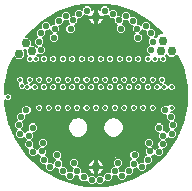
<source format=gbl>
G75*
%MOIN*%
%OFA0B0*%
%FSLAX25Y25*%
%IPPOS*%
%LPD*%
%AMOC8*
5,1,8,0,0,1.08239X$1,22.5*
%
%ADD10C,0.02953*%
%ADD11C,0.02100*%
%ADD12C,0.01387*%
%ADD13C,0.00500*%
D10*
X0054596Y0034911D03*
X0033258Y0073494D03*
X0031171Y0076250D03*
X0028967Y0072667D03*
X0054596Y0084911D03*
X0077037Y0077037D03*
X0076250Y0073494D03*
X0079793Y0073494D03*
D11*
X0072994Y0073880D03*
X0073629Y0076723D03*
X0072919Y0079559D03*
X0071213Y0081898D03*
X0068374Y0081043D03*
X0066955Y0083598D03*
X0064701Y0085416D03*
X0062181Y0083855D03*
X0063053Y0081076D03*
X0060148Y0085956D03*
X0057501Y0087129D03*
X0051692Y0087129D03*
X0049045Y0085956D03*
X0047012Y0083855D03*
X0046140Y0081076D03*
X0044492Y0085416D03*
X0042238Y0083598D03*
X0040819Y0081043D03*
X0040695Y0078132D03*
X0037980Y0081898D03*
X0036274Y0079559D03*
X0035564Y0076723D03*
X0036199Y0073880D03*
X0031415Y0053957D03*
X0029559Y0051711D03*
X0028904Y0048862D03*
X0029363Y0046004D03*
X0032280Y0045477D03*
X0032384Y0042555D03*
X0033568Y0039913D03*
X0036522Y0040159D03*
X0037006Y0043032D03*
X0037379Y0037364D03*
X0039205Y0035118D03*
X0041995Y0036121D03*
X0043546Y0033643D03*
X0045892Y0031946D03*
X0048327Y0033636D03*
X0050467Y0031644D03*
X0053172Y0030612D03*
X0056021Y0030612D03*
X0058726Y0031644D03*
X0060866Y0033636D03*
X0061882Y0036366D03*
X0063301Y0031946D03*
X0065647Y0033643D03*
X0067198Y0036121D03*
X0067473Y0039021D03*
X0069988Y0035118D03*
X0071814Y0037364D03*
X0072671Y0040159D03*
X0072187Y0043032D03*
X0075625Y0039913D03*
X0076809Y0042555D03*
X0076913Y0045477D03*
X0075701Y0048126D03*
X0079830Y0046004D03*
X0080289Y0048862D03*
X0079634Y0051711D03*
X0077778Y0053957D03*
X0068497Y0078132D03*
X0033492Y0048126D03*
X0041720Y0039021D03*
X0047311Y0036366D03*
D12*
X0048219Y0030344D03*
X0040817Y0032746D03*
X0034518Y0037077D03*
X0029793Y0042982D03*
X0035699Y0054793D03*
X0038848Y0054793D03*
X0041998Y0054793D03*
X0045148Y0054793D03*
X0048297Y0054793D03*
X0051447Y0054793D03*
X0054596Y0054793D03*
X0057746Y0054793D03*
X0059321Y0052431D03*
X0060896Y0054793D03*
X0064045Y0054793D03*
X0067195Y0054793D03*
X0070344Y0054793D03*
X0073494Y0054793D03*
X0079793Y0054793D03*
X0084124Y0055778D03*
X0079793Y0061683D03*
X0078652Y0063337D03*
X0077431Y0061683D03*
X0076644Y0064045D03*
X0075069Y0061683D03*
X0073494Y0064045D03*
X0071919Y0061683D03*
X0070344Y0064045D03*
X0068770Y0061683D03*
X0067195Y0064045D03*
X0065620Y0061683D03*
X0064045Y0064045D03*
X0062470Y0061683D03*
X0060896Y0064045D03*
X0059321Y0061683D03*
X0057746Y0064045D03*
X0056171Y0061683D03*
X0054596Y0064045D03*
X0053022Y0061683D03*
X0051447Y0064045D03*
X0049872Y0061683D03*
X0048297Y0064045D03*
X0046722Y0061683D03*
X0045148Y0064045D03*
X0043573Y0061683D03*
X0041998Y0064045D03*
X0040423Y0061683D03*
X0038848Y0064045D03*
X0037274Y0061683D03*
X0035699Y0064045D03*
X0034124Y0061683D03*
X0031762Y0061683D03*
X0029793Y0062077D03*
X0029400Y0064045D03*
X0032549Y0064045D03*
X0032549Y0070935D03*
X0034518Y0070935D03*
X0037274Y0070935D03*
X0040423Y0070935D03*
X0043573Y0070935D03*
X0046722Y0070935D03*
X0049872Y0070935D03*
X0053022Y0070935D03*
X0056171Y0070935D03*
X0059321Y0070935D03*
X0062470Y0070935D03*
X0065620Y0070935D03*
X0068770Y0070935D03*
X0071919Y0070935D03*
X0074281Y0070935D03*
X0077037Y0070935D03*
X0084124Y0062077D03*
X0075463Y0079990D03*
X0069557Y0084321D03*
X0062470Y0087470D03*
X0054557Y0088415D03*
X0046801Y0087392D03*
X0039636Y0084242D03*
X0033533Y0079518D03*
X0025300Y0058337D03*
X0025069Y0055384D03*
X0061053Y0030305D03*
X0068376Y0032746D03*
X0074360Y0037510D03*
X0079124Y0043415D03*
D13*
X0035679Y0036993D02*
X0033819Y0036993D01*
X0033271Y0037491D02*
X0035679Y0037491D01*
X0035679Y0037990D02*
X0032724Y0037990D01*
X0032863Y0038213D02*
X0034272Y0038213D01*
X0035168Y0039109D01*
X0035818Y0038459D01*
X0036069Y0038459D01*
X0035679Y0038069D01*
X0035679Y0036660D01*
X0036674Y0035664D01*
X0037505Y0035664D01*
X0037505Y0034414D01*
X0038501Y0033418D01*
X0039909Y0033418D01*
X0040905Y0034414D01*
X0040905Y0034806D01*
X0041291Y0034421D01*
X0041920Y0034421D01*
X0041846Y0034347D01*
X0041846Y0032939D01*
X0042842Y0031943D01*
X0044192Y0031943D01*
X0044192Y0031242D01*
X0045188Y0030246D01*
X0046596Y0030246D01*
X0047592Y0031242D01*
X0047592Y0031967D01*
X0047623Y0031936D01*
X0048767Y0031936D01*
X0048767Y0030940D01*
X0049763Y0029944D01*
X0051171Y0029944D01*
X0051472Y0030245D01*
X0051472Y0029908D01*
X0052468Y0028912D01*
X0053876Y0028912D01*
X0054596Y0029633D01*
X0055317Y0028912D01*
X0056725Y0028912D01*
X0057721Y0029908D01*
X0057721Y0030245D01*
X0058022Y0029944D01*
X0059430Y0029944D01*
X0060426Y0030940D01*
X0060426Y0031936D01*
X0061570Y0031936D01*
X0061601Y0031967D01*
X0061601Y0031242D01*
X0062597Y0030246D01*
X0064005Y0030246D01*
X0065001Y0031242D01*
X0065001Y0031943D01*
X0066351Y0031943D01*
X0067347Y0032939D01*
X0067347Y0034347D01*
X0067273Y0034421D01*
X0067902Y0034421D01*
X0068288Y0034806D01*
X0068288Y0034414D01*
X0069283Y0033418D01*
X0070692Y0033418D01*
X0071688Y0034414D01*
X0071688Y0035664D01*
X0072518Y0035664D01*
X0073514Y0036660D01*
X0073514Y0038069D01*
X0073124Y0038459D01*
X0073375Y0038459D01*
X0074025Y0039109D01*
X0074921Y0038213D01*
X0076330Y0038213D01*
X0077325Y0039209D01*
X0077325Y0040617D01*
X0077087Y0040855D01*
X0077513Y0040855D01*
X0078508Y0041851D01*
X0078508Y0043260D01*
X0077804Y0043964D01*
X0078613Y0044773D01*
X0078613Y0044817D01*
X0079126Y0044304D01*
X0080534Y0044304D01*
X0081530Y0045299D01*
X0081530Y0046708D01*
X0081034Y0047203D01*
X0081989Y0048158D01*
X0081989Y0049566D01*
X0080993Y0050562D01*
X0080889Y0050562D01*
X0081334Y0051007D01*
X0081334Y0052415D01*
X0080338Y0053411D01*
X0079478Y0053411D01*
X0079478Y0053450D01*
X0080350Y0053450D01*
X0081137Y0054237D01*
X0081137Y0055350D01*
X0080350Y0056137D01*
X0079237Y0056137D01*
X0078619Y0055519D01*
X0078482Y0055657D01*
X0077073Y0055657D01*
X0076078Y0054661D01*
X0076078Y0053252D01*
X0077073Y0052257D01*
X0077934Y0052257D01*
X0077934Y0051007D01*
X0078929Y0050011D01*
X0079034Y0050011D01*
X0078589Y0049566D01*
X0078589Y0048158D01*
X0079085Y0047662D01*
X0078130Y0046708D01*
X0078130Y0046664D01*
X0077617Y0047177D01*
X0077156Y0047177D01*
X0077401Y0047422D01*
X0077401Y0048830D01*
X0076405Y0049826D01*
X0074997Y0049826D01*
X0074001Y0048830D01*
X0074001Y0047422D01*
X0074997Y0046426D01*
X0075458Y0046426D01*
X0075213Y0046181D01*
X0075213Y0044773D01*
X0075917Y0044068D01*
X0075109Y0043260D01*
X0075109Y0041851D01*
X0075347Y0041613D01*
X0074921Y0041613D01*
X0074271Y0040963D01*
X0073397Y0041838D01*
X0073887Y0042328D01*
X0073887Y0043736D01*
X0072891Y0044732D01*
X0071482Y0044732D01*
X0070487Y0043736D01*
X0070487Y0042328D01*
X0071461Y0041353D01*
X0070971Y0040863D01*
X0070971Y0039455D01*
X0071362Y0039064D01*
X0071110Y0039064D01*
X0070114Y0038069D01*
X0070114Y0036818D01*
X0069283Y0036818D01*
X0068898Y0036433D01*
X0068898Y0036825D01*
X0068290Y0037433D01*
X0069173Y0038317D01*
X0069173Y0039725D01*
X0068177Y0040721D01*
X0066769Y0040721D01*
X0065773Y0039725D01*
X0065773Y0038317D01*
X0066382Y0037709D01*
X0065498Y0036825D01*
X0065498Y0035416D01*
X0065571Y0035343D01*
X0064943Y0035343D01*
X0063947Y0034347D01*
X0063947Y0033646D01*
X0062597Y0033646D01*
X0062566Y0033615D01*
X0062566Y0034340D01*
X0062240Y0034666D01*
X0062587Y0034666D01*
X0063582Y0035662D01*
X0063582Y0037071D01*
X0062587Y0038066D01*
X0061178Y0038066D01*
X0060182Y0037071D01*
X0060182Y0035662D01*
X0060508Y0035336D01*
X0060162Y0035336D01*
X0059166Y0034340D01*
X0059166Y0033344D01*
X0058022Y0033344D01*
X0057026Y0032349D01*
X0057026Y0032011D01*
X0056725Y0032312D01*
X0055446Y0032312D01*
X0055888Y0032495D01*
X0056334Y0032794D01*
X0056714Y0033173D01*
X0057013Y0033620D01*
X0057218Y0034116D01*
X0057323Y0034643D01*
X0057323Y0034669D01*
X0054839Y0034669D01*
X0054839Y0035154D01*
X0054354Y0035154D01*
X0054354Y0037638D01*
X0054328Y0037638D01*
X0053801Y0037533D01*
X0053305Y0037327D01*
X0052858Y0037029D01*
X0052479Y0036649D01*
X0052180Y0036203D01*
X0051975Y0035707D01*
X0051870Y0035180D01*
X0051870Y0035154D01*
X0054354Y0035154D01*
X0054354Y0034669D01*
X0051870Y0034669D01*
X0051870Y0034643D01*
X0051975Y0034116D01*
X0052180Y0033620D01*
X0052479Y0033173D01*
X0052858Y0032794D01*
X0053305Y0032495D01*
X0053747Y0032312D01*
X0052468Y0032312D01*
X0052167Y0032011D01*
X0052167Y0032349D01*
X0051171Y0033344D01*
X0050027Y0033344D01*
X0050027Y0034340D01*
X0049031Y0035336D01*
X0048684Y0035336D01*
X0049010Y0035662D01*
X0049010Y0037071D01*
X0048015Y0038066D01*
X0046606Y0038066D01*
X0045611Y0037071D01*
X0045611Y0035662D01*
X0046606Y0034666D01*
X0046953Y0034666D01*
X0046627Y0034340D01*
X0046627Y0033615D01*
X0046596Y0033646D01*
X0045246Y0033646D01*
X0045246Y0034347D01*
X0044250Y0035343D01*
X0043621Y0035343D01*
X0043695Y0035416D01*
X0043695Y0036825D01*
X0042811Y0037709D01*
X0043420Y0038317D01*
X0043420Y0039725D01*
X0042424Y0040721D01*
X0041015Y0040721D01*
X0040020Y0039725D01*
X0040020Y0038317D01*
X0040903Y0037433D01*
X0040295Y0036825D01*
X0040295Y0036433D01*
X0039909Y0036818D01*
X0039079Y0036818D01*
X0039079Y0038069D01*
X0038083Y0039064D01*
X0037831Y0039064D01*
X0038222Y0039455D01*
X0038222Y0040863D01*
X0037732Y0041353D01*
X0038706Y0042328D01*
X0038706Y0043736D01*
X0037710Y0044732D01*
X0036302Y0044732D01*
X0035306Y0043736D01*
X0035306Y0042328D01*
X0035796Y0041838D01*
X0034921Y0040963D01*
X0034272Y0041613D01*
X0033846Y0041613D01*
X0034084Y0041851D01*
X0034084Y0043260D01*
X0033276Y0044068D01*
X0033980Y0044773D01*
X0033980Y0046181D01*
X0033735Y0046426D01*
X0034196Y0046426D01*
X0035192Y0047422D01*
X0035192Y0048830D01*
X0034196Y0049826D01*
X0032788Y0049826D01*
X0031792Y0048830D01*
X0031792Y0047422D01*
X0032037Y0047177D01*
X0031576Y0047177D01*
X0031063Y0046664D01*
X0031063Y0046708D01*
X0030108Y0047662D01*
X0030604Y0048158D01*
X0030604Y0049566D01*
X0030159Y0050011D01*
X0030263Y0050011D01*
X0031259Y0051007D01*
X0031259Y0052257D01*
X0032120Y0052257D01*
X0033115Y0053252D01*
X0033115Y0054661D01*
X0032120Y0055657D01*
X0030711Y0055657D01*
X0029715Y0054661D01*
X0029715Y0053411D01*
X0028855Y0053411D01*
X0027859Y0052415D01*
X0027859Y0051007D01*
X0028304Y0050562D01*
X0028200Y0050562D01*
X0027204Y0049566D01*
X0027204Y0048158D01*
X0028159Y0047203D01*
X0027663Y0046708D01*
X0027663Y0045299D01*
X0028659Y0044304D01*
X0030067Y0044304D01*
X0030580Y0044817D01*
X0030580Y0044773D01*
X0031389Y0043964D01*
X0030684Y0043260D01*
X0030684Y0041851D01*
X0031680Y0040855D01*
X0032106Y0040855D01*
X0031868Y0040617D01*
X0031868Y0039209D01*
X0032863Y0038213D01*
X0032588Y0038488D02*
X0032177Y0038488D01*
X0031923Y0038720D02*
X0028239Y0043837D01*
X0025691Y0049605D01*
X0024389Y0055774D01*
X0024389Y0057347D01*
X0024743Y0056993D01*
X0025857Y0056993D01*
X0026644Y0057780D01*
X0026644Y0058893D01*
X0025857Y0059680D01*
X0024743Y0059680D01*
X0024389Y0059326D01*
X0024389Y0062080D01*
X0025691Y0068250D01*
X0027127Y0071500D01*
X0028086Y0070541D01*
X0029847Y0070541D01*
X0031093Y0071787D01*
X0031093Y0073548D01*
X0030517Y0074124D01*
X0031131Y0074124D01*
X0031131Y0072613D01*
X0031729Y0072015D01*
X0031206Y0071492D01*
X0031206Y0070378D01*
X0031993Y0069591D01*
X0033106Y0069591D01*
X0033533Y0070019D01*
X0033961Y0069591D01*
X0035074Y0069591D01*
X0035861Y0070378D01*
X0035861Y0071492D01*
X0035074Y0072279D01*
X0035050Y0072279D01*
X0035223Y0072452D01*
X0035494Y0072180D01*
X0036618Y0072180D01*
X0035930Y0071492D01*
X0035930Y0070378D01*
X0036717Y0069591D01*
X0037830Y0069591D01*
X0038617Y0070378D01*
X0038617Y0071492D01*
X0037830Y0072279D01*
X0037002Y0072279D01*
X0037899Y0073176D01*
X0037899Y0074584D01*
X0036903Y0075580D01*
X0036825Y0075580D01*
X0037264Y0076019D01*
X0037264Y0077428D01*
X0036833Y0077859D01*
X0036978Y0077859D01*
X0037974Y0078855D01*
X0037974Y0080198D01*
X0038685Y0080198D01*
X0039119Y0080632D01*
X0039119Y0080339D01*
X0039808Y0079649D01*
X0038995Y0078836D01*
X0038995Y0077428D01*
X0039991Y0076432D01*
X0041400Y0076432D01*
X0042395Y0077428D01*
X0042395Y0078836D01*
X0041706Y0079526D01*
X0042519Y0080339D01*
X0042519Y0081747D01*
X0042367Y0081898D01*
X0042942Y0081898D01*
X0043938Y0082894D01*
X0043938Y0083716D01*
X0045196Y0083716D01*
X0045312Y0083832D01*
X0045312Y0083151D01*
X0045688Y0082776D01*
X0045436Y0082776D01*
X0044440Y0081780D01*
X0044440Y0080371D01*
X0045436Y0079376D01*
X0046844Y0079376D01*
X0047840Y0080371D01*
X0047840Y0081780D01*
X0047464Y0082155D01*
X0047716Y0082155D01*
X0048712Y0083151D01*
X0048712Y0084256D01*
X0049749Y0084256D01*
X0050744Y0085252D01*
X0050744Y0085672D01*
X0050988Y0085429D01*
X0051920Y0085429D01*
X0051870Y0085180D01*
X0051870Y0085154D01*
X0054354Y0085154D01*
X0054354Y0087638D01*
X0054328Y0087638D01*
X0053801Y0087533D01*
X0053392Y0087363D01*
X0053392Y0087833D01*
X0052396Y0088828D01*
X0050988Y0088828D01*
X0049992Y0087833D01*
X0049992Y0087413D01*
X0049749Y0087656D01*
X0048340Y0087656D01*
X0047345Y0086661D01*
X0047345Y0085555D01*
X0046308Y0085555D01*
X0046192Y0085439D01*
X0046192Y0086120D01*
X0045196Y0087116D01*
X0043788Y0087116D01*
X0042792Y0086120D01*
X0042792Y0085298D01*
X0041534Y0085298D01*
X0040538Y0084303D01*
X0040538Y0082894D01*
X0040689Y0082743D01*
X0040115Y0082743D01*
X0039680Y0082309D01*
X0039680Y0082602D01*
X0038685Y0083598D01*
X0037276Y0083598D01*
X0036280Y0082602D01*
X0036280Y0081259D01*
X0035570Y0081259D01*
X0034574Y0080263D01*
X0034574Y0078855D01*
X0035005Y0078423D01*
X0034860Y0078423D01*
X0033864Y0077428D01*
X0033864Y0076019D01*
X0034860Y0075023D01*
X0034938Y0075023D01*
X0034837Y0074922D01*
X0034139Y0075620D01*
X0033298Y0075620D01*
X0033298Y0077131D01*
X0032052Y0078376D01*
X0031377Y0078376D01*
X0031923Y0079135D01*
X0036584Y0083381D01*
X0042022Y0086573D01*
X0048002Y0088574D01*
X0051082Y0089093D01*
X0058111Y0089093D01*
X0061191Y0088574D01*
X0067171Y0086573D01*
X0072608Y0083381D01*
X0076613Y0079733D01*
X0076242Y0079659D01*
X0075746Y0079453D01*
X0075299Y0079155D01*
X0074920Y0078775D01*
X0074621Y0078329D01*
X0074565Y0078192D01*
X0074333Y0078423D01*
X0074188Y0078423D01*
X0074619Y0078855D01*
X0074619Y0080263D01*
X0073623Y0081259D01*
X0072913Y0081259D01*
X0072913Y0082602D01*
X0071917Y0083598D01*
X0070508Y0083598D01*
X0069513Y0082602D01*
X0069513Y0082309D01*
X0069078Y0082743D01*
X0068503Y0082743D01*
X0068655Y0082894D01*
X0068655Y0084303D01*
X0067659Y0085298D01*
X0066401Y0085298D01*
X0066401Y0086120D01*
X0065405Y0087116D01*
X0063997Y0087116D01*
X0063001Y0086120D01*
X0063001Y0085439D01*
X0062885Y0085555D01*
X0061848Y0085555D01*
X0061848Y0086661D01*
X0060853Y0087656D01*
X0059444Y0087656D01*
X0059201Y0087413D01*
X0059201Y0087833D01*
X0058205Y0088828D01*
X0056797Y0088828D01*
X0055801Y0087833D01*
X0055801Y0087363D01*
X0055392Y0087533D01*
X0054865Y0087638D01*
X0054839Y0087638D01*
X0054839Y0085154D01*
X0054354Y0085154D01*
X0054354Y0084669D01*
X0051870Y0084669D01*
X0051870Y0084643D01*
X0051975Y0084116D01*
X0052180Y0083620D01*
X0052479Y0083173D01*
X0052858Y0082794D01*
X0053305Y0082495D01*
X0053801Y0082290D01*
X0054328Y0082185D01*
X0054354Y0082185D01*
X0054354Y0084669D01*
X0054839Y0084669D01*
X0054839Y0085154D01*
X0057323Y0085154D01*
X0057323Y0085180D01*
X0057273Y0085429D01*
X0058205Y0085429D01*
X0058448Y0085672D01*
X0058448Y0085252D01*
X0059444Y0084256D01*
X0060481Y0084256D01*
X0060481Y0083151D01*
X0061477Y0082155D01*
X0061729Y0082155D01*
X0061353Y0081780D01*
X0061353Y0080371D01*
X0062349Y0079376D01*
X0063757Y0079376D01*
X0064753Y0080371D01*
X0064753Y0081780D01*
X0063757Y0082776D01*
X0063505Y0082776D01*
X0063881Y0083151D01*
X0063881Y0083832D01*
X0063997Y0083716D01*
X0065255Y0083716D01*
X0065255Y0082894D01*
X0066251Y0081898D01*
X0066826Y0081898D01*
X0066674Y0081747D01*
X0066674Y0080339D01*
X0067487Y0079526D01*
X0066797Y0078836D01*
X0066797Y0077428D01*
X0067793Y0076432D01*
X0069202Y0076432D01*
X0070197Y0077428D01*
X0070197Y0078836D01*
X0069385Y0079649D01*
X0070074Y0080339D01*
X0070074Y0080632D01*
X0070508Y0080198D01*
X0071219Y0080198D01*
X0071219Y0078855D01*
X0072215Y0077859D01*
X0072360Y0077859D01*
X0071929Y0077428D01*
X0071929Y0076019D01*
X0072368Y0075580D01*
X0072290Y0075580D01*
X0071294Y0074584D01*
X0071294Y0073176D01*
X0072191Y0072279D01*
X0071363Y0072279D01*
X0070576Y0071492D01*
X0070576Y0070378D01*
X0071363Y0069591D01*
X0072476Y0069591D01*
X0073100Y0070216D01*
X0073725Y0069591D01*
X0074838Y0069591D01*
X0075625Y0070378D01*
X0075625Y0071368D01*
X0075694Y0071368D01*
X0075694Y0070378D01*
X0076481Y0069591D01*
X0077594Y0069591D01*
X0078381Y0070378D01*
X0078381Y0071492D01*
X0077818Y0072055D01*
X0078022Y0072259D01*
X0078913Y0071368D01*
X0080674Y0071368D01*
X0081680Y0072374D01*
X0083502Y0068250D01*
X0084804Y0062080D01*
X0084804Y0055774D01*
X0083502Y0049605D01*
X0080954Y0043837D01*
X0077270Y0038720D01*
X0072608Y0034473D01*
X0067171Y0031281D01*
X0061191Y0029280D01*
X0058111Y0028761D01*
X0051082Y0028761D01*
X0048002Y0029280D01*
X0042022Y0031281D01*
X0036584Y0034473D01*
X0031923Y0038720D01*
X0032090Y0038987D02*
X0031731Y0038987D01*
X0031868Y0039485D02*
X0031372Y0039485D01*
X0031013Y0039984D02*
X0031868Y0039984D01*
X0031868Y0040482D02*
X0030654Y0040482D01*
X0030295Y0040981D02*
X0031555Y0040981D01*
X0031056Y0041479D02*
X0029936Y0041479D01*
X0029577Y0041978D02*
X0030684Y0041978D01*
X0030684Y0042476D02*
X0029219Y0042476D01*
X0028860Y0042975D02*
X0030684Y0042975D01*
X0030898Y0043473D02*
X0028501Y0043473D01*
X0028179Y0043972D02*
X0031381Y0043972D01*
X0030882Y0044470D02*
X0030234Y0044470D01*
X0028492Y0044470D02*
X0027959Y0044470D01*
X0027993Y0044969D02*
X0027739Y0044969D01*
X0027663Y0045467D02*
X0027519Y0045467D01*
X0027663Y0045966D02*
X0027299Y0045966D01*
X0027078Y0046464D02*
X0027663Y0046464D01*
X0027918Y0046963D02*
X0026858Y0046963D01*
X0026638Y0047461D02*
X0027901Y0047461D01*
X0027402Y0047960D02*
X0026418Y0047960D01*
X0026197Y0048458D02*
X0027204Y0048458D01*
X0027204Y0048957D02*
X0025977Y0048957D01*
X0025757Y0049455D02*
X0027204Y0049455D01*
X0027592Y0049954D02*
X0025617Y0049954D01*
X0025512Y0050452D02*
X0028090Y0050452D01*
X0027915Y0050951D02*
X0025407Y0050951D01*
X0025302Y0051449D02*
X0027859Y0051449D01*
X0027859Y0051948D02*
X0025197Y0051948D01*
X0025091Y0052447D02*
X0027891Y0052447D01*
X0028389Y0052945D02*
X0024986Y0052945D01*
X0024881Y0053444D02*
X0029715Y0053444D01*
X0029715Y0053942D02*
X0024776Y0053942D01*
X0024670Y0054441D02*
X0029715Y0054441D01*
X0029994Y0054939D02*
X0024565Y0054939D01*
X0024460Y0055438D02*
X0030492Y0055438D01*
X0032339Y0055438D02*
X0034443Y0055438D01*
X0034355Y0055350D02*
X0034355Y0054237D01*
X0035142Y0053450D01*
X0036255Y0053450D01*
X0037043Y0054237D01*
X0037043Y0055350D01*
X0036255Y0056137D01*
X0035142Y0056137D01*
X0034355Y0055350D01*
X0034355Y0054939D02*
X0032837Y0054939D01*
X0033115Y0054441D02*
X0034355Y0054441D01*
X0034650Y0053942D02*
X0033115Y0053942D01*
X0033115Y0053444D02*
X0076078Y0053444D01*
X0076078Y0053942D02*
X0074543Y0053942D01*
X0074838Y0054237D02*
X0074051Y0053450D01*
X0072938Y0053450D01*
X0072150Y0054237D01*
X0072150Y0055350D01*
X0072938Y0056137D01*
X0074051Y0056137D01*
X0074838Y0055350D01*
X0074838Y0054237D01*
X0074838Y0054441D02*
X0076078Y0054441D01*
X0076356Y0054939D02*
X0074838Y0054939D01*
X0074750Y0055438D02*
X0076854Y0055438D01*
X0079036Y0055936D02*
X0074252Y0055936D01*
X0072737Y0055936D02*
X0071102Y0055936D01*
X0070901Y0056137D02*
X0071688Y0055350D01*
X0071688Y0054237D01*
X0070901Y0053450D01*
X0069788Y0053450D01*
X0069001Y0054237D01*
X0069001Y0055350D01*
X0069788Y0056137D01*
X0070901Y0056137D01*
X0071600Y0055438D02*
X0072238Y0055438D01*
X0072150Y0054939D02*
X0071688Y0054939D01*
X0071688Y0054441D02*
X0072150Y0054441D01*
X0072445Y0053942D02*
X0071394Y0053942D01*
X0069295Y0053942D02*
X0068244Y0053942D01*
X0068539Y0054237D02*
X0067751Y0053450D01*
X0066638Y0053450D01*
X0065851Y0054237D01*
X0065851Y0055350D01*
X0066638Y0056137D01*
X0067751Y0056137D01*
X0068539Y0055350D01*
X0068539Y0054237D01*
X0068539Y0054441D02*
X0069001Y0054441D01*
X0069001Y0054939D02*
X0068539Y0054939D01*
X0068451Y0055438D02*
X0069088Y0055438D01*
X0069587Y0055936D02*
X0067952Y0055936D01*
X0066437Y0055936D02*
X0064803Y0055936D01*
X0064602Y0056137D02*
X0063489Y0056137D01*
X0062702Y0055350D01*
X0062702Y0054237D01*
X0063489Y0053450D01*
X0064602Y0053450D01*
X0065389Y0054237D01*
X0065389Y0055350D01*
X0064602Y0056137D01*
X0065301Y0055438D02*
X0065939Y0055438D01*
X0065851Y0054939D02*
X0065389Y0054939D01*
X0065389Y0054441D02*
X0065851Y0054441D01*
X0066146Y0053942D02*
X0065094Y0053942D01*
X0063288Y0055936D02*
X0061653Y0055936D01*
X0061452Y0056137D02*
X0060339Y0056137D01*
X0059552Y0055350D01*
X0059552Y0054237D01*
X0060339Y0053450D01*
X0061452Y0053450D01*
X0062239Y0054237D01*
X0062239Y0055350D01*
X0061452Y0056137D01*
X0062152Y0055438D02*
X0062789Y0055438D01*
X0062702Y0054939D02*
X0062239Y0054939D01*
X0062239Y0054441D02*
X0062702Y0054441D01*
X0062996Y0053942D02*
X0061945Y0053942D01*
X0059847Y0053942D02*
X0058795Y0053942D01*
X0059090Y0054237D02*
X0058303Y0053450D01*
X0057189Y0053450D01*
X0056402Y0054237D01*
X0056402Y0055350D01*
X0057189Y0056137D01*
X0058303Y0056137D01*
X0059090Y0055350D01*
X0059090Y0054237D01*
X0059090Y0054441D02*
X0059552Y0054441D01*
X0059552Y0054939D02*
X0059090Y0054939D01*
X0059002Y0055438D02*
X0059640Y0055438D01*
X0060138Y0055936D02*
X0058504Y0055936D01*
X0056989Y0055936D02*
X0055354Y0055936D01*
X0055153Y0056137D02*
X0054040Y0056137D01*
X0053253Y0055350D01*
X0053253Y0054237D01*
X0054040Y0053450D01*
X0055153Y0053450D01*
X0055940Y0054237D01*
X0055940Y0055350D01*
X0055153Y0056137D01*
X0055852Y0055438D02*
X0056490Y0055438D01*
X0056402Y0054939D02*
X0055940Y0054939D01*
X0055940Y0054441D02*
X0056402Y0054441D01*
X0056697Y0053942D02*
X0055645Y0053942D01*
X0053547Y0053942D02*
X0052496Y0053942D01*
X0052791Y0054237D02*
X0052003Y0053450D01*
X0050890Y0053450D01*
X0050103Y0054237D01*
X0050103Y0055350D01*
X0050890Y0056137D01*
X0052003Y0056137D01*
X0052791Y0055350D01*
X0052791Y0054237D01*
X0052791Y0054441D02*
X0053253Y0054441D01*
X0053253Y0054939D02*
X0052791Y0054939D01*
X0052703Y0055438D02*
X0053340Y0055438D01*
X0053839Y0055936D02*
X0052204Y0055936D01*
X0050689Y0055936D02*
X0049055Y0055936D01*
X0048854Y0056137D02*
X0049641Y0055350D01*
X0049641Y0054237D01*
X0048854Y0053450D01*
X0047741Y0053450D01*
X0046954Y0054237D01*
X0046954Y0055350D01*
X0047741Y0056137D01*
X0048854Y0056137D01*
X0049553Y0055438D02*
X0050191Y0055438D01*
X0050103Y0054939D02*
X0049641Y0054939D01*
X0049641Y0054441D02*
X0050103Y0054441D01*
X0050398Y0053942D02*
X0049346Y0053942D01*
X0047248Y0053942D02*
X0046197Y0053942D01*
X0046491Y0054237D02*
X0045704Y0053450D01*
X0044591Y0053450D01*
X0043804Y0054237D01*
X0043804Y0055350D01*
X0044591Y0056137D01*
X0045704Y0056137D01*
X0046491Y0055350D01*
X0046491Y0054237D01*
X0046491Y0054441D02*
X0046954Y0054441D01*
X0046954Y0054939D02*
X0046491Y0054939D01*
X0046404Y0055438D02*
X0047041Y0055438D01*
X0047540Y0055936D02*
X0045905Y0055936D01*
X0044390Y0055936D02*
X0042755Y0055936D01*
X0042555Y0056137D02*
X0043342Y0055350D01*
X0043342Y0054237D01*
X0042555Y0053450D01*
X0041441Y0053450D01*
X0040654Y0054237D01*
X0040654Y0055350D01*
X0041441Y0056137D01*
X0042555Y0056137D01*
X0043254Y0055438D02*
X0043892Y0055438D01*
X0043804Y0054939D02*
X0043342Y0054939D01*
X0043342Y0054441D02*
X0043804Y0054441D01*
X0044099Y0053942D02*
X0043047Y0053942D01*
X0040949Y0053942D02*
X0039897Y0053942D01*
X0040192Y0054237D02*
X0039405Y0053450D01*
X0038292Y0053450D01*
X0037505Y0054237D01*
X0037505Y0055350D01*
X0038292Y0056137D01*
X0039405Y0056137D01*
X0040192Y0055350D01*
X0040192Y0054237D01*
X0040192Y0054441D02*
X0040654Y0054441D01*
X0040654Y0054939D02*
X0040192Y0054939D01*
X0040104Y0055438D02*
X0040742Y0055438D01*
X0041241Y0055936D02*
X0039606Y0055936D01*
X0038091Y0055936D02*
X0036456Y0055936D01*
X0036955Y0055438D02*
X0037592Y0055438D01*
X0037505Y0054939D02*
X0037043Y0054939D01*
X0037043Y0054441D02*
X0037505Y0054441D01*
X0037799Y0053942D02*
X0036748Y0053942D01*
X0034941Y0055936D02*
X0024389Y0055936D01*
X0024389Y0056435D02*
X0084804Y0056435D01*
X0084804Y0056933D02*
X0024389Y0056933D01*
X0026295Y0057432D02*
X0084804Y0057432D01*
X0084804Y0057930D02*
X0026644Y0057930D01*
X0026644Y0058429D02*
X0084804Y0058429D01*
X0084804Y0058927D02*
X0026610Y0058927D01*
X0026111Y0059426D02*
X0084804Y0059426D01*
X0084804Y0059924D02*
X0024389Y0059924D01*
X0024389Y0059426D02*
X0024489Y0059426D01*
X0024389Y0060423D02*
X0031122Y0060423D01*
X0031205Y0060339D02*
X0032318Y0060339D01*
X0032943Y0060964D01*
X0033567Y0060339D01*
X0034681Y0060339D01*
X0035468Y0061126D01*
X0035468Y0062240D01*
X0034681Y0063027D01*
X0033567Y0063027D01*
X0032943Y0062402D01*
X0032644Y0062702D01*
X0033106Y0062702D01*
X0033893Y0063489D01*
X0033893Y0064602D01*
X0033106Y0065389D01*
X0031993Y0065389D01*
X0031206Y0064602D01*
X0031206Y0063489D01*
X0031667Y0063027D01*
X0031205Y0063027D01*
X0030974Y0062796D01*
X0030512Y0063258D01*
X0030743Y0063489D01*
X0030743Y0064602D01*
X0029956Y0065389D01*
X0028843Y0065389D01*
X0028056Y0064602D01*
X0028056Y0063489D01*
X0028680Y0062864D01*
X0028450Y0062633D01*
X0028450Y0061520D01*
X0029237Y0060733D01*
X0030350Y0060733D01*
X0030581Y0060964D01*
X0031205Y0060339D01*
X0030623Y0060921D02*
X0030538Y0060921D01*
X0032402Y0060423D02*
X0033484Y0060423D01*
X0032986Y0060921D02*
X0032900Y0060921D01*
X0032928Y0062417D02*
X0032957Y0062417D01*
X0033319Y0062915D02*
X0033456Y0062915D01*
X0033818Y0063414D02*
X0034430Y0063414D01*
X0034355Y0063489D02*
X0035142Y0062702D01*
X0036255Y0062702D01*
X0037043Y0063489D01*
X0037043Y0064602D01*
X0036255Y0065389D01*
X0035142Y0065389D01*
X0034355Y0064602D01*
X0034355Y0063489D01*
X0034355Y0063912D02*
X0033893Y0063912D01*
X0033893Y0064411D02*
X0034355Y0064411D01*
X0034663Y0064909D02*
X0033585Y0064909D01*
X0031513Y0064909D02*
X0030436Y0064909D01*
X0030743Y0064411D02*
X0031206Y0064411D01*
X0031206Y0063912D02*
X0030743Y0063912D01*
X0030668Y0063414D02*
X0031280Y0063414D01*
X0031094Y0062915D02*
X0030855Y0062915D01*
X0028629Y0062915D02*
X0024565Y0062915D01*
X0024460Y0062417D02*
X0028450Y0062417D01*
X0028450Y0061918D02*
X0024389Y0061918D01*
X0024389Y0061420D02*
X0028550Y0061420D01*
X0029049Y0060921D02*
X0024389Y0060921D01*
X0024670Y0063414D02*
X0028131Y0063414D01*
X0028056Y0063912D02*
X0024776Y0063912D01*
X0024881Y0064411D02*
X0028056Y0064411D01*
X0028363Y0064909D02*
X0024986Y0064909D01*
X0025091Y0065408D02*
X0084102Y0065408D01*
X0083996Y0065906D02*
X0025197Y0065906D01*
X0025302Y0066405D02*
X0083891Y0066405D01*
X0083786Y0066903D02*
X0025407Y0066903D01*
X0025512Y0067402D02*
X0083681Y0067402D01*
X0083576Y0067900D02*
X0025617Y0067900D01*
X0025757Y0068399D02*
X0083436Y0068399D01*
X0083216Y0068897D02*
X0025977Y0068897D01*
X0026197Y0069396D02*
X0082995Y0069396D01*
X0082775Y0069894D02*
X0077897Y0069894D01*
X0078381Y0070393D02*
X0082555Y0070393D01*
X0082335Y0070891D02*
X0078381Y0070891D01*
X0078381Y0071390D02*
X0078890Y0071390D01*
X0078392Y0071888D02*
X0077984Y0071888D01*
X0075694Y0070891D02*
X0075625Y0070891D01*
X0075625Y0070393D02*
X0075694Y0070393D01*
X0076178Y0069894D02*
X0075141Y0069894D01*
X0073422Y0069894D02*
X0072779Y0069894D01*
X0071060Y0069894D02*
X0069629Y0069894D01*
X0069326Y0069591D02*
X0070113Y0070378D01*
X0070113Y0071492D01*
X0069326Y0072279D01*
X0068213Y0072279D01*
X0067426Y0071492D01*
X0067426Y0070378D01*
X0068213Y0069591D01*
X0069326Y0069591D01*
X0070113Y0070393D02*
X0070576Y0070393D01*
X0070576Y0070891D02*
X0070113Y0070891D01*
X0070113Y0071390D02*
X0070576Y0071390D01*
X0070972Y0071888D02*
X0069717Y0071888D01*
X0071585Y0072885D02*
X0037608Y0072885D01*
X0037899Y0073384D02*
X0071294Y0073384D01*
X0071294Y0073883D02*
X0037899Y0073883D01*
X0037899Y0074381D02*
X0071294Y0074381D01*
X0071590Y0074880D02*
X0037603Y0074880D01*
X0037105Y0075378D02*
X0072088Y0075378D01*
X0072071Y0075877D02*
X0037122Y0075877D01*
X0037264Y0076375D02*
X0071929Y0076375D01*
X0071929Y0076874D02*
X0069643Y0076874D01*
X0070142Y0077372D02*
X0071929Y0077372D01*
X0072204Y0077871D02*
X0070197Y0077871D01*
X0070197Y0078369D02*
X0071705Y0078369D01*
X0071219Y0078868D02*
X0070166Y0078868D01*
X0069668Y0079366D02*
X0071219Y0079366D01*
X0071219Y0079865D02*
X0069600Y0079865D01*
X0070074Y0080363D02*
X0070343Y0080363D01*
X0069513Y0082357D02*
X0069464Y0082357D01*
X0069766Y0082856D02*
X0068616Y0082856D01*
X0068655Y0083354D02*
X0070265Y0083354D01*
X0070956Y0084351D02*
X0068606Y0084351D01*
X0068655Y0083853D02*
X0071805Y0083853D01*
X0072160Y0083354D02*
X0072638Y0083354D01*
X0072659Y0082856D02*
X0073185Y0082856D01*
X0072913Y0082357D02*
X0073732Y0082357D01*
X0074280Y0081859D02*
X0072913Y0081859D01*
X0072913Y0081360D02*
X0074827Y0081360D01*
X0075374Y0080862D02*
X0074021Y0080862D01*
X0074519Y0080363D02*
X0075921Y0080363D01*
X0076469Y0079865D02*
X0074619Y0079865D01*
X0074619Y0079366D02*
X0075615Y0079366D01*
X0075012Y0078868D02*
X0074619Y0078868D01*
X0074648Y0078369D02*
X0074387Y0078369D01*
X0072083Y0072387D02*
X0037110Y0072387D01*
X0036327Y0071888D02*
X0035465Y0071888D01*
X0035287Y0072387D02*
X0035158Y0072387D01*
X0035861Y0071390D02*
X0035930Y0071390D01*
X0035930Y0070891D02*
X0035861Y0070891D01*
X0035861Y0070393D02*
X0035930Y0070393D01*
X0036414Y0069894D02*
X0035377Y0069894D01*
X0033658Y0069894D02*
X0033409Y0069894D01*
X0031690Y0069894D02*
X0026418Y0069894D01*
X0026638Y0070393D02*
X0031206Y0070393D01*
X0031206Y0070891D02*
X0030198Y0070891D01*
X0030696Y0071390D02*
X0031206Y0071390D01*
X0031093Y0071888D02*
X0031602Y0071888D01*
X0031358Y0072387D02*
X0031093Y0072387D01*
X0031093Y0072885D02*
X0031131Y0072885D01*
X0031131Y0073384D02*
X0031093Y0073384D01*
X0031131Y0073883D02*
X0030758Y0073883D01*
X0033298Y0075877D02*
X0034007Y0075877D01*
X0033864Y0076375D02*
X0033298Y0076375D01*
X0033298Y0076874D02*
X0033864Y0076874D01*
X0033864Y0077372D02*
X0033056Y0077372D01*
X0032558Y0077871D02*
X0034307Y0077871D01*
X0034806Y0078369D02*
X0032059Y0078369D01*
X0031731Y0078868D02*
X0034574Y0078868D01*
X0034574Y0079366D02*
X0032177Y0079366D01*
X0032724Y0079865D02*
X0034574Y0079865D01*
X0034673Y0080363D02*
X0033271Y0080363D01*
X0033819Y0080862D02*
X0035172Y0080862D01*
X0034366Y0081360D02*
X0036280Y0081360D01*
X0036280Y0081859D02*
X0034913Y0081859D01*
X0035460Y0082357D02*
X0036280Y0082357D01*
X0036534Y0082856D02*
X0036008Y0082856D01*
X0036555Y0083354D02*
X0037032Y0083354D01*
X0037388Y0083853D02*
X0040538Y0083853D01*
X0040538Y0083354D02*
X0038928Y0083354D01*
X0039427Y0082856D02*
X0040577Y0082856D01*
X0039729Y0082357D02*
X0039680Y0082357D01*
X0039119Y0080363D02*
X0038850Y0080363D01*
X0039593Y0079865D02*
X0037974Y0079865D01*
X0037974Y0079366D02*
X0039525Y0079366D01*
X0039027Y0078868D02*
X0037974Y0078868D01*
X0037488Y0078369D02*
X0038995Y0078369D01*
X0038995Y0077871D02*
X0036989Y0077871D01*
X0037264Y0077372D02*
X0039051Y0077372D01*
X0039550Y0076874D02*
X0037264Y0076874D01*
X0034505Y0075378D02*
X0034381Y0075378D01*
X0038220Y0071888D02*
X0039476Y0071888D01*
X0039867Y0072279D02*
X0039080Y0071492D01*
X0039080Y0070378D01*
X0039867Y0069591D01*
X0040980Y0069591D01*
X0041767Y0070378D01*
X0041767Y0071492D01*
X0040980Y0072279D01*
X0039867Y0072279D01*
X0039080Y0071390D02*
X0038617Y0071390D01*
X0038617Y0070891D02*
X0039080Y0070891D01*
X0039080Y0070393D02*
X0038617Y0070393D01*
X0038133Y0069894D02*
X0039564Y0069894D01*
X0041283Y0069894D02*
X0042713Y0069894D01*
X0043016Y0069591D02*
X0044129Y0069591D01*
X0044917Y0070378D01*
X0044917Y0071492D01*
X0044129Y0072279D01*
X0043016Y0072279D01*
X0042229Y0071492D01*
X0042229Y0070378D01*
X0043016Y0069591D01*
X0042229Y0070393D02*
X0041767Y0070393D01*
X0041767Y0070891D02*
X0042229Y0070891D01*
X0042229Y0071390D02*
X0041767Y0071390D01*
X0041370Y0071888D02*
X0042626Y0071888D01*
X0044520Y0071888D02*
X0045776Y0071888D01*
X0046166Y0072279D02*
X0045379Y0071492D01*
X0045379Y0070378D01*
X0046166Y0069591D01*
X0047279Y0069591D01*
X0048066Y0070378D01*
X0048066Y0071492D01*
X0047279Y0072279D01*
X0046166Y0072279D01*
X0045379Y0071390D02*
X0044917Y0071390D01*
X0044917Y0070891D02*
X0045379Y0070891D01*
X0045379Y0070393D02*
X0044917Y0070393D01*
X0044432Y0069894D02*
X0045863Y0069894D01*
X0047582Y0069894D02*
X0049012Y0069894D01*
X0049315Y0069591D02*
X0050429Y0069591D01*
X0051216Y0070378D01*
X0051216Y0071492D01*
X0050429Y0072279D01*
X0049315Y0072279D01*
X0048528Y0071492D01*
X0048528Y0070378D01*
X0049315Y0069591D01*
X0048528Y0070393D02*
X0048066Y0070393D01*
X0048066Y0070891D02*
X0048528Y0070891D01*
X0048528Y0071390D02*
X0048066Y0071390D01*
X0047669Y0071888D02*
X0048925Y0071888D01*
X0050819Y0071888D02*
X0052075Y0071888D01*
X0052465Y0072279D02*
X0051678Y0071492D01*
X0051678Y0070378D01*
X0052465Y0069591D01*
X0053578Y0069591D01*
X0054365Y0070378D01*
X0054365Y0071492D01*
X0053578Y0072279D01*
X0052465Y0072279D01*
X0051678Y0071390D02*
X0051216Y0071390D01*
X0051216Y0070891D02*
X0051678Y0070891D01*
X0051678Y0070393D02*
X0051216Y0070393D01*
X0050732Y0069894D02*
X0052162Y0069894D01*
X0053881Y0069894D02*
X0055312Y0069894D01*
X0055615Y0069591D02*
X0054828Y0070378D01*
X0054828Y0071492D01*
X0055615Y0072279D01*
X0056728Y0072279D01*
X0057515Y0071492D01*
X0057515Y0070378D01*
X0056728Y0069591D01*
X0055615Y0069591D01*
X0054828Y0070393D02*
X0054365Y0070393D01*
X0054365Y0070891D02*
X0054828Y0070891D01*
X0054828Y0071390D02*
X0054365Y0071390D01*
X0053968Y0071888D02*
X0055224Y0071888D01*
X0057118Y0071888D02*
X0058374Y0071888D01*
X0058764Y0072279D02*
X0057977Y0071492D01*
X0057977Y0070378D01*
X0058764Y0069591D01*
X0059877Y0069591D01*
X0060665Y0070378D01*
X0060665Y0071492D01*
X0059877Y0072279D01*
X0058764Y0072279D01*
X0057977Y0071390D02*
X0057515Y0071390D01*
X0057515Y0070891D02*
X0057977Y0070891D01*
X0057977Y0070393D02*
X0057515Y0070393D01*
X0057031Y0069894D02*
X0058461Y0069894D01*
X0060181Y0069894D02*
X0061611Y0069894D01*
X0061914Y0069591D02*
X0063027Y0069591D01*
X0063814Y0070378D01*
X0063814Y0071492D01*
X0063027Y0072279D01*
X0061914Y0072279D01*
X0061127Y0071492D01*
X0061127Y0070378D01*
X0061914Y0069591D01*
X0061127Y0070393D02*
X0060665Y0070393D01*
X0060665Y0070891D02*
X0061127Y0070891D01*
X0061127Y0071390D02*
X0060665Y0071390D01*
X0060268Y0071888D02*
X0061524Y0071888D01*
X0063417Y0071888D02*
X0064673Y0071888D01*
X0065063Y0072279D02*
X0064276Y0071492D01*
X0064276Y0070378D01*
X0065063Y0069591D01*
X0066177Y0069591D01*
X0066964Y0070378D01*
X0066964Y0071492D01*
X0066177Y0072279D01*
X0065063Y0072279D01*
X0064276Y0071390D02*
X0063814Y0071390D01*
X0063814Y0070891D02*
X0064276Y0070891D01*
X0064276Y0070393D02*
X0063814Y0070393D01*
X0063330Y0069894D02*
X0064760Y0069894D01*
X0066480Y0069894D02*
X0067910Y0069894D01*
X0067426Y0070393D02*
X0066964Y0070393D01*
X0066964Y0070891D02*
X0067426Y0070891D01*
X0067426Y0071390D02*
X0066964Y0071390D01*
X0066567Y0071888D02*
X0067823Y0071888D01*
X0067352Y0076874D02*
X0041841Y0076874D01*
X0042340Y0077372D02*
X0066853Y0077372D01*
X0066797Y0077871D02*
X0042395Y0077871D01*
X0042395Y0078369D02*
X0066797Y0078369D01*
X0066829Y0078868D02*
X0042364Y0078868D01*
X0041866Y0079366D02*
X0067327Y0079366D01*
X0067148Y0079865D02*
X0064246Y0079865D01*
X0064745Y0080363D02*
X0066674Y0080363D01*
X0066674Y0080862D02*
X0064753Y0080862D01*
X0064753Y0081360D02*
X0066674Y0081360D01*
X0066786Y0081859D02*
X0064674Y0081859D01*
X0064176Y0082357D02*
X0065792Y0082357D01*
X0065294Y0082856D02*
X0063585Y0082856D01*
X0063881Y0083354D02*
X0065255Y0083354D01*
X0066401Y0085348D02*
X0069258Y0085348D01*
X0070107Y0084850D02*
X0068108Y0084850D01*
X0068409Y0085847D02*
X0066401Y0085847D01*
X0066176Y0086345D02*
X0067559Y0086345D01*
X0066363Y0086844D02*
X0065677Y0086844D01*
X0064873Y0087342D02*
X0061167Y0087342D01*
X0061665Y0086844D02*
X0063725Y0086844D01*
X0063226Y0086345D02*
X0061848Y0086345D01*
X0061848Y0085847D02*
X0063001Y0085847D01*
X0063383Y0087841D02*
X0059193Y0087841D01*
X0058694Y0088339D02*
X0061893Y0088339D01*
X0059625Y0088838D02*
X0049568Y0088838D01*
X0050499Y0088339D02*
X0047300Y0088339D01*
X0048026Y0087342D02*
X0044320Y0087342D01*
X0043516Y0086844D02*
X0042830Y0086844D01*
X0043017Y0086345D02*
X0041634Y0086345D01*
X0040784Y0085847D02*
X0042792Y0085847D01*
X0042792Y0085348D02*
X0039935Y0085348D01*
X0039086Y0084850D02*
X0041085Y0084850D01*
X0040587Y0084351D02*
X0038237Y0084351D01*
X0042407Y0081859D02*
X0044519Y0081859D01*
X0044440Y0081360D02*
X0042519Y0081360D01*
X0042519Y0080862D02*
X0044440Y0080862D01*
X0044448Y0080363D02*
X0042519Y0080363D01*
X0042045Y0079865D02*
X0044947Y0079865D01*
X0047333Y0079865D02*
X0061860Y0079865D01*
X0061361Y0080363D02*
X0047832Y0080363D01*
X0047840Y0080862D02*
X0061353Y0080862D01*
X0061353Y0081360D02*
X0047840Y0081360D01*
X0047761Y0081859D02*
X0061432Y0081859D01*
X0061275Y0082357D02*
X0055554Y0082357D01*
X0055392Y0082290D02*
X0055888Y0082495D01*
X0056334Y0082794D01*
X0056714Y0083173D01*
X0057013Y0083620D01*
X0057218Y0084116D01*
X0057323Y0084643D01*
X0057323Y0084669D01*
X0054839Y0084669D01*
X0054839Y0082185D01*
X0054865Y0082185D01*
X0055392Y0082290D01*
X0054839Y0082357D02*
X0054354Y0082357D01*
X0054354Y0082856D02*
X0054839Y0082856D01*
X0054839Y0083354D02*
X0054354Y0083354D01*
X0054354Y0083853D02*
X0054839Y0083853D01*
X0054839Y0084351D02*
X0054354Y0084351D01*
X0054354Y0084850D02*
X0050342Y0084850D01*
X0050744Y0085348D02*
X0051904Y0085348D01*
X0051928Y0084351D02*
X0049843Y0084351D01*
X0048712Y0083853D02*
X0052084Y0083853D01*
X0052358Y0083354D02*
X0048712Y0083354D01*
X0048417Y0082856D02*
X0052796Y0082856D01*
X0053639Y0082357D02*
X0047918Y0082357D01*
X0045608Y0082856D02*
X0043899Y0082856D01*
X0043938Y0083354D02*
X0045312Y0083354D01*
X0045017Y0082357D02*
X0043401Y0082357D01*
X0046192Y0085847D02*
X0047345Y0085847D01*
X0047345Y0086345D02*
X0045966Y0086345D01*
X0045468Y0086844D02*
X0047528Y0086844D01*
X0045810Y0087841D02*
X0050000Y0087841D01*
X0052885Y0088339D02*
X0056308Y0088339D01*
X0055809Y0087841D02*
X0053384Y0087841D01*
X0054354Y0087342D02*
X0054839Y0087342D01*
X0054839Y0086844D02*
X0054354Y0086844D01*
X0054354Y0086345D02*
X0054839Y0086345D01*
X0054839Y0085847D02*
X0054354Y0085847D01*
X0054354Y0085348D02*
X0054839Y0085348D01*
X0054839Y0084850D02*
X0058851Y0084850D01*
X0058448Y0085348D02*
X0057289Y0085348D01*
X0057265Y0084351D02*
X0059349Y0084351D01*
X0060481Y0083853D02*
X0057109Y0083853D01*
X0056835Y0083354D02*
X0060481Y0083354D01*
X0060776Y0082856D02*
X0056396Y0082856D01*
X0057189Y0065389D02*
X0056402Y0064602D01*
X0056402Y0063489D01*
X0057189Y0062702D01*
X0058303Y0062702D01*
X0059090Y0063489D01*
X0059090Y0064602D01*
X0058303Y0065389D01*
X0057189Y0065389D01*
X0056710Y0064909D02*
X0055633Y0064909D01*
X0055940Y0064602D02*
X0055153Y0065389D01*
X0054040Y0065389D01*
X0053253Y0064602D01*
X0053253Y0063489D01*
X0054040Y0062702D01*
X0055153Y0062702D01*
X0055940Y0063489D01*
X0055940Y0064602D01*
X0055940Y0064411D02*
X0056402Y0064411D01*
X0056402Y0063912D02*
X0055940Y0063912D01*
X0055865Y0063414D02*
X0056477Y0063414D01*
X0056728Y0063027D02*
X0055615Y0063027D01*
X0054828Y0062240D01*
X0054828Y0061126D01*
X0055615Y0060339D01*
X0056728Y0060339D01*
X0057515Y0061126D01*
X0057515Y0062240D01*
X0056728Y0063027D01*
X0056839Y0062915D02*
X0056976Y0062915D01*
X0057338Y0062417D02*
X0058154Y0062417D01*
X0057977Y0062240D02*
X0057977Y0061126D01*
X0058764Y0060339D01*
X0059877Y0060339D01*
X0060665Y0061126D01*
X0060665Y0062240D01*
X0059877Y0063027D01*
X0058764Y0063027D01*
X0057977Y0062240D01*
X0057977Y0061918D02*
X0057515Y0061918D01*
X0057515Y0061420D02*
X0057977Y0061420D01*
X0058182Y0060921D02*
X0057310Y0060921D01*
X0056811Y0060423D02*
X0058681Y0060423D01*
X0059961Y0060423D02*
X0061831Y0060423D01*
X0061914Y0060339D02*
X0063027Y0060339D01*
X0063814Y0061126D01*
X0063814Y0062240D01*
X0063027Y0063027D01*
X0061914Y0063027D01*
X0061127Y0062240D01*
X0061127Y0061126D01*
X0061914Y0060339D01*
X0061332Y0060921D02*
X0060459Y0060921D01*
X0060665Y0061420D02*
X0061127Y0061420D01*
X0061127Y0061918D02*
X0060665Y0061918D01*
X0060487Y0062417D02*
X0061304Y0062417D01*
X0061452Y0062702D02*
X0062239Y0063489D01*
X0062239Y0064602D01*
X0061452Y0065389D01*
X0060339Y0065389D01*
X0059552Y0064602D01*
X0059552Y0063489D01*
X0060339Y0062702D01*
X0061452Y0062702D01*
X0061666Y0062915D02*
X0061802Y0062915D01*
X0062164Y0063414D02*
X0062777Y0063414D01*
X0062702Y0063489D02*
X0063489Y0062702D01*
X0064602Y0062702D01*
X0065389Y0063489D01*
X0065389Y0064602D01*
X0064602Y0065389D01*
X0063489Y0065389D01*
X0062702Y0064602D01*
X0062702Y0063489D01*
X0062702Y0063912D02*
X0062239Y0063912D01*
X0062239Y0064411D02*
X0062702Y0064411D01*
X0063009Y0064909D02*
X0061932Y0064909D01*
X0059859Y0064909D02*
X0058782Y0064909D01*
X0059090Y0064411D02*
X0059552Y0064411D01*
X0059552Y0063912D02*
X0059090Y0063912D01*
X0059015Y0063414D02*
X0059627Y0063414D01*
X0059989Y0062915D02*
X0060125Y0062915D01*
X0058653Y0062915D02*
X0058516Y0062915D01*
X0055503Y0062915D02*
X0055367Y0062915D01*
X0055005Y0062417D02*
X0054188Y0062417D01*
X0054365Y0062240D02*
X0053578Y0063027D01*
X0052465Y0063027D01*
X0051678Y0062240D01*
X0051678Y0061126D01*
X0052465Y0060339D01*
X0053578Y0060339D01*
X0054365Y0061126D01*
X0054365Y0062240D01*
X0054365Y0061918D02*
X0054828Y0061918D01*
X0054828Y0061420D02*
X0054365Y0061420D01*
X0054160Y0060921D02*
X0055033Y0060921D01*
X0055531Y0060423D02*
X0053662Y0060423D01*
X0052382Y0060423D02*
X0050512Y0060423D01*
X0050429Y0060339D02*
X0051216Y0061126D01*
X0051216Y0062240D01*
X0050429Y0063027D01*
X0049315Y0063027D01*
X0048528Y0062240D01*
X0048528Y0061126D01*
X0049315Y0060339D01*
X0050429Y0060339D01*
X0051010Y0060921D02*
X0051883Y0060921D01*
X0051678Y0061420D02*
X0051216Y0061420D01*
X0051216Y0061918D02*
X0051678Y0061918D01*
X0051855Y0062417D02*
X0051039Y0062417D01*
X0050890Y0062702D02*
X0052003Y0062702D01*
X0052791Y0063489D01*
X0052791Y0064602D01*
X0052003Y0065389D01*
X0050890Y0065389D01*
X0050103Y0064602D01*
X0050103Y0063489D01*
X0050890Y0062702D01*
X0050677Y0062915D02*
X0050540Y0062915D01*
X0050178Y0063414D02*
X0049566Y0063414D01*
X0049641Y0063489D02*
X0048854Y0062702D01*
X0047741Y0062702D01*
X0046954Y0063489D01*
X0046954Y0064602D01*
X0047741Y0065389D01*
X0048854Y0065389D01*
X0049641Y0064602D01*
X0049641Y0063489D01*
X0049641Y0063912D02*
X0050103Y0063912D01*
X0050103Y0064411D02*
X0049641Y0064411D01*
X0049333Y0064909D02*
X0050411Y0064909D01*
X0052483Y0064909D02*
X0053560Y0064909D01*
X0053253Y0064411D02*
X0052791Y0064411D01*
X0052791Y0063912D02*
X0053253Y0063912D01*
X0053328Y0063414D02*
X0052716Y0063414D01*
X0052354Y0062915D02*
X0052217Y0062915D01*
X0053690Y0062915D02*
X0053826Y0062915D01*
X0049204Y0062915D02*
X0049067Y0062915D01*
X0048705Y0062417D02*
X0047889Y0062417D01*
X0048066Y0062240D02*
X0047279Y0063027D01*
X0046166Y0063027D01*
X0045379Y0062240D01*
X0045379Y0061126D01*
X0046166Y0060339D01*
X0047279Y0060339D01*
X0048066Y0061126D01*
X0048066Y0062240D01*
X0048066Y0061918D02*
X0048528Y0061918D01*
X0048528Y0061420D02*
X0048066Y0061420D01*
X0047861Y0060921D02*
X0048734Y0060921D01*
X0049232Y0060423D02*
X0047362Y0060423D01*
X0046083Y0060423D02*
X0044213Y0060423D01*
X0044129Y0060339D02*
X0044917Y0061126D01*
X0044917Y0062240D01*
X0044129Y0063027D01*
X0043016Y0063027D01*
X0042229Y0062240D01*
X0042229Y0061126D01*
X0043016Y0060339D01*
X0044129Y0060339D01*
X0044711Y0060921D02*
X0045584Y0060921D01*
X0045379Y0061420D02*
X0044917Y0061420D01*
X0044917Y0061918D02*
X0045379Y0061918D01*
X0045556Y0062417D02*
X0044739Y0062417D01*
X0044591Y0062702D02*
X0043804Y0063489D01*
X0043804Y0064602D01*
X0044591Y0065389D01*
X0045704Y0065389D01*
X0046491Y0064602D01*
X0046491Y0063489D01*
X0045704Y0062702D01*
X0044591Y0062702D01*
X0044377Y0062915D02*
X0044241Y0062915D01*
X0043879Y0063414D02*
X0043267Y0063414D01*
X0043342Y0063489D02*
X0042555Y0062702D01*
X0041441Y0062702D01*
X0040654Y0063489D01*
X0040654Y0064602D01*
X0041441Y0065389D01*
X0042555Y0065389D01*
X0043342Y0064602D01*
X0043342Y0063489D01*
X0043342Y0063912D02*
X0043804Y0063912D01*
X0043804Y0064411D02*
X0043342Y0064411D01*
X0043034Y0064909D02*
X0044111Y0064909D01*
X0046184Y0064909D02*
X0047261Y0064909D01*
X0046954Y0064411D02*
X0046491Y0064411D01*
X0046491Y0063912D02*
X0046954Y0063912D01*
X0047028Y0063414D02*
X0046416Y0063414D01*
X0046054Y0062915D02*
X0045918Y0062915D01*
X0047391Y0062915D02*
X0047527Y0062915D01*
X0042905Y0062915D02*
X0042768Y0062915D01*
X0042406Y0062417D02*
X0041590Y0062417D01*
X0041767Y0062240D02*
X0040980Y0063027D01*
X0039867Y0063027D01*
X0039080Y0062240D01*
X0039080Y0061126D01*
X0039867Y0060339D01*
X0040980Y0060339D01*
X0041767Y0061126D01*
X0041767Y0062240D01*
X0041767Y0061918D02*
X0042229Y0061918D01*
X0042229Y0061420D02*
X0041767Y0061420D01*
X0041562Y0060921D02*
X0042434Y0060921D01*
X0042933Y0060423D02*
X0041063Y0060423D01*
X0039783Y0060423D02*
X0037914Y0060423D01*
X0037830Y0060339D02*
X0038617Y0061126D01*
X0038617Y0062240D01*
X0037830Y0063027D01*
X0036717Y0063027D01*
X0035930Y0062240D01*
X0035930Y0061126D01*
X0036717Y0060339D01*
X0037830Y0060339D01*
X0038412Y0060921D02*
X0039285Y0060921D01*
X0039080Y0061420D02*
X0038617Y0061420D01*
X0038617Y0061918D02*
X0039080Y0061918D01*
X0039257Y0062417D02*
X0038440Y0062417D01*
X0038292Y0062702D02*
X0039405Y0062702D01*
X0040192Y0063489D01*
X0040192Y0064602D01*
X0039405Y0065389D01*
X0038292Y0065389D01*
X0037505Y0064602D01*
X0037505Y0063489D01*
X0038292Y0062702D01*
X0038078Y0062915D02*
X0037942Y0062915D01*
X0037580Y0063414D02*
X0036968Y0063414D01*
X0037043Y0063912D02*
X0037505Y0063912D01*
X0037505Y0064411D02*
X0037043Y0064411D01*
X0036735Y0064909D02*
X0037812Y0064909D01*
X0039885Y0064909D02*
X0040962Y0064909D01*
X0040654Y0064411D02*
X0040192Y0064411D01*
X0040192Y0063912D02*
X0040654Y0063912D01*
X0040729Y0063414D02*
X0040117Y0063414D01*
X0039755Y0062915D02*
X0039619Y0062915D01*
X0041091Y0062915D02*
X0041228Y0062915D01*
X0036606Y0062915D02*
X0036469Y0062915D01*
X0036107Y0062417D02*
X0035291Y0062417D01*
X0035468Y0061918D02*
X0035930Y0061918D01*
X0035930Y0061420D02*
X0035468Y0061420D01*
X0035262Y0060921D02*
X0036135Y0060921D01*
X0036634Y0060423D02*
X0034764Y0060423D01*
X0034792Y0062915D02*
X0034929Y0062915D01*
X0027735Y0070891D02*
X0026858Y0070891D01*
X0027078Y0071390D02*
X0027237Y0071390D01*
X0032808Y0052945D02*
X0076385Y0052945D01*
X0076883Y0052447D02*
X0032309Y0052447D01*
X0031259Y0051948D02*
X0077934Y0051948D01*
X0077934Y0051449D02*
X0061325Y0051449D01*
X0061180Y0051509D02*
X0059824Y0051509D01*
X0058571Y0050990D01*
X0057612Y0050031D01*
X0057093Y0048778D01*
X0057093Y0047422D01*
X0057612Y0046169D01*
X0058571Y0045210D01*
X0059824Y0044691D01*
X0061180Y0044691D01*
X0062433Y0045210D01*
X0063392Y0046169D01*
X0063911Y0047422D01*
X0063911Y0048778D01*
X0063392Y0050031D01*
X0062433Y0050990D01*
X0061180Y0051509D01*
X0062472Y0050951D02*
X0077990Y0050951D01*
X0078488Y0050452D02*
X0062971Y0050452D01*
X0063424Y0049954D02*
X0078977Y0049954D01*
X0078589Y0049455D02*
X0076776Y0049455D01*
X0077275Y0048957D02*
X0078589Y0048957D01*
X0078589Y0048458D02*
X0077401Y0048458D01*
X0077401Y0047960D02*
X0078787Y0047960D01*
X0078884Y0047461D02*
X0077401Y0047461D01*
X0077831Y0046963D02*
X0078385Y0046963D01*
X0078311Y0044470D02*
X0078959Y0044470D01*
X0078295Y0043473D02*
X0080692Y0043473D01*
X0081013Y0043972D02*
X0077812Y0043972D01*
X0078508Y0042975D02*
X0080333Y0042975D01*
X0079974Y0042476D02*
X0078508Y0042476D01*
X0078508Y0041978D02*
X0079615Y0041978D01*
X0079257Y0041479D02*
X0078136Y0041479D01*
X0077638Y0040981D02*
X0078898Y0040981D01*
X0078539Y0040482D02*
X0077325Y0040482D01*
X0077325Y0039984D02*
X0078180Y0039984D01*
X0077821Y0039485D02*
X0077325Y0039485D01*
X0077462Y0038987D02*
X0077103Y0038987D01*
X0077016Y0038488D02*
X0076605Y0038488D01*
X0076469Y0037990D02*
X0073514Y0037990D01*
X0073514Y0037491D02*
X0075921Y0037491D01*
X0075374Y0036993D02*
X0073514Y0036993D01*
X0073348Y0036494D02*
X0074827Y0036494D01*
X0074280Y0035996D02*
X0072850Y0035996D01*
X0073733Y0035497D02*
X0071688Y0035497D01*
X0071688Y0034999D02*
X0073185Y0034999D01*
X0072638Y0034500D02*
X0071688Y0034500D01*
X0071805Y0034002D02*
X0071275Y0034002D01*
X0070956Y0033503D02*
X0070777Y0033503D01*
X0070107Y0033005D02*
X0067347Y0033005D01*
X0067347Y0033503D02*
X0069199Y0033503D01*
X0068700Y0034002D02*
X0067347Y0034002D01*
X0067981Y0034500D02*
X0068288Y0034500D01*
X0068898Y0036494D02*
X0068959Y0036494D01*
X0068730Y0036993D02*
X0070114Y0036993D01*
X0070114Y0037491D02*
X0068348Y0037491D01*
X0068846Y0037990D02*
X0070114Y0037990D01*
X0070534Y0038488D02*
X0069173Y0038488D01*
X0069173Y0038987D02*
X0071032Y0038987D01*
X0070971Y0039485D02*
X0069173Y0039485D01*
X0068915Y0039984D02*
X0070971Y0039984D01*
X0070971Y0040482D02*
X0068416Y0040482D01*
X0066530Y0040482D02*
X0042663Y0040482D01*
X0043161Y0039984D02*
X0066032Y0039984D01*
X0065773Y0039485D02*
X0043420Y0039485D01*
X0043420Y0038987D02*
X0065773Y0038987D01*
X0065773Y0038488D02*
X0043420Y0038488D01*
X0043092Y0037990D02*
X0046530Y0037990D01*
X0046031Y0037491D02*
X0043029Y0037491D01*
X0043527Y0036993D02*
X0045611Y0036993D01*
X0045611Y0036494D02*
X0043695Y0036494D01*
X0043695Y0035996D02*
X0045611Y0035996D01*
X0045776Y0035497D02*
X0043695Y0035497D01*
X0044594Y0034999D02*
X0046274Y0034999D01*
X0046787Y0034500D02*
X0045093Y0034500D01*
X0045246Y0034002D02*
X0046627Y0034002D01*
X0047592Y0031509D02*
X0048767Y0031509D01*
X0048767Y0031011D02*
X0047361Y0031011D01*
X0046862Y0030512D02*
X0049195Y0030512D01*
X0049693Y0030014D02*
X0045810Y0030014D01*
X0044922Y0030512D02*
X0044320Y0030512D01*
X0044423Y0031011D02*
X0042830Y0031011D01*
X0042777Y0032008D02*
X0040784Y0032008D01*
X0039935Y0032506D02*
X0042279Y0032506D01*
X0041846Y0033005D02*
X0039086Y0033005D01*
X0038416Y0033503D02*
X0038237Y0033503D01*
X0037918Y0034002D02*
X0037388Y0034002D01*
X0037505Y0034500D02*
X0036555Y0034500D01*
X0036008Y0034999D02*
X0037505Y0034999D01*
X0037505Y0035497D02*
X0035460Y0035497D01*
X0034913Y0035996D02*
X0036343Y0035996D01*
X0035845Y0036494D02*
X0034366Y0036494D01*
X0034547Y0038488D02*
X0035789Y0038488D01*
X0035290Y0038987D02*
X0035045Y0038987D01*
X0034939Y0040981D02*
X0034904Y0040981D01*
X0034405Y0041479D02*
X0035438Y0041479D01*
X0035656Y0041978D02*
X0034084Y0041978D01*
X0034084Y0042476D02*
X0035306Y0042476D01*
X0035306Y0042975D02*
X0034084Y0042975D01*
X0033871Y0043473D02*
X0035306Y0043473D01*
X0035542Y0043972D02*
X0033372Y0043972D01*
X0033678Y0044470D02*
X0036040Y0044470D01*
X0037972Y0044470D02*
X0071221Y0044470D01*
X0070722Y0043972D02*
X0038471Y0043972D01*
X0038706Y0043473D02*
X0070487Y0043473D01*
X0070487Y0042975D02*
X0038706Y0042975D01*
X0038706Y0042476D02*
X0070487Y0042476D01*
X0070837Y0041978D02*
X0038356Y0041978D01*
X0037858Y0041479D02*
X0071335Y0041479D01*
X0071089Y0040981D02*
X0038104Y0040981D01*
X0038222Y0040482D02*
X0040777Y0040482D01*
X0040278Y0039984D02*
X0038222Y0039984D01*
X0038222Y0039485D02*
X0040020Y0039485D01*
X0040020Y0038987D02*
X0038160Y0038987D01*
X0038659Y0038488D02*
X0040020Y0038488D01*
X0040347Y0037990D02*
X0039079Y0037990D01*
X0039079Y0037491D02*
X0040845Y0037491D01*
X0040463Y0036993D02*
X0039079Y0036993D01*
X0040234Y0036494D02*
X0040295Y0036494D01*
X0040905Y0034500D02*
X0041211Y0034500D01*
X0041846Y0034002D02*
X0040493Y0034002D01*
X0039994Y0033503D02*
X0041846Y0033503D01*
X0041634Y0031509D02*
X0044192Y0031509D01*
X0047300Y0029515D02*
X0051865Y0029515D01*
X0051472Y0030014D02*
X0051240Y0030014D01*
X0052364Y0029016D02*
X0049568Y0029016D01*
X0052009Y0032506D02*
X0053289Y0032506D01*
X0053923Y0032266D02*
X0054596Y0031592D01*
X0055270Y0032266D01*
X0054865Y0032185D01*
X0054839Y0032185D01*
X0054839Y0034669D01*
X0054354Y0034669D01*
X0054354Y0032185D01*
X0054328Y0032185D01*
X0053923Y0032266D01*
X0054181Y0032008D02*
X0055012Y0032008D01*
X0054839Y0032506D02*
X0054354Y0032506D01*
X0054354Y0033005D02*
X0054839Y0033005D01*
X0054839Y0033503D02*
X0054354Y0033503D01*
X0054354Y0034002D02*
X0054839Y0034002D01*
X0054839Y0034500D02*
X0054354Y0034500D01*
X0054354Y0034999D02*
X0049369Y0034999D01*
X0049868Y0034500D02*
X0051898Y0034500D01*
X0052022Y0034002D02*
X0050027Y0034002D01*
X0050027Y0033503D02*
X0052258Y0033503D01*
X0052648Y0033005D02*
X0051511Y0033005D01*
X0051933Y0035497D02*
X0048845Y0035497D01*
X0049010Y0035996D02*
X0052095Y0035996D01*
X0052375Y0036494D02*
X0049010Y0036494D01*
X0049010Y0036993D02*
X0052822Y0036993D01*
X0053700Y0037491D02*
X0048590Y0037491D01*
X0048091Y0037990D02*
X0061101Y0037990D01*
X0060603Y0037491D02*
X0055493Y0037491D01*
X0055392Y0037533D02*
X0055888Y0037327D01*
X0056334Y0037029D01*
X0056714Y0036649D01*
X0057013Y0036203D01*
X0057218Y0035707D01*
X0057323Y0035180D01*
X0057323Y0035154D01*
X0054839Y0035154D01*
X0054839Y0037638D01*
X0054865Y0037638D01*
X0055392Y0037533D01*
X0054839Y0037491D02*
X0054354Y0037491D01*
X0054354Y0036993D02*
X0054839Y0036993D01*
X0054839Y0036494D02*
X0054354Y0036494D01*
X0054354Y0035996D02*
X0054839Y0035996D01*
X0054839Y0035497D02*
X0054354Y0035497D01*
X0054839Y0034999D02*
X0059824Y0034999D01*
X0059325Y0034500D02*
X0057294Y0034500D01*
X0057171Y0034002D02*
X0059166Y0034002D01*
X0059166Y0033503D02*
X0056934Y0033503D01*
X0056545Y0033005D02*
X0057682Y0033005D01*
X0057184Y0032506D02*
X0055904Y0032506D01*
X0057721Y0030014D02*
X0057953Y0030014D01*
X0057328Y0029515D02*
X0061893Y0029515D01*
X0062331Y0030512D02*
X0059998Y0030512D01*
X0060426Y0031011D02*
X0061832Y0031011D01*
X0061601Y0031509D02*
X0060426Y0031509D01*
X0059500Y0030014D02*
X0063383Y0030014D01*
X0064271Y0030512D02*
X0064873Y0030512D01*
X0064770Y0031011D02*
X0066363Y0031011D01*
X0066416Y0032008D02*
X0068409Y0032008D01*
X0069258Y0032506D02*
X0066914Y0032506D01*
X0067559Y0031509D02*
X0065001Y0031509D01*
X0063947Y0034002D02*
X0062566Y0034002D01*
X0062406Y0034500D02*
X0064100Y0034500D01*
X0064598Y0034999D02*
X0062919Y0034999D01*
X0063417Y0035497D02*
X0065498Y0035497D01*
X0065498Y0035996D02*
X0063582Y0035996D01*
X0063582Y0036494D02*
X0065498Y0036494D01*
X0065666Y0036993D02*
X0063582Y0036993D01*
X0063162Y0037491D02*
X0066164Y0037491D01*
X0066100Y0037990D02*
X0062663Y0037990D01*
X0060182Y0036993D02*
X0056371Y0036993D01*
X0056818Y0036494D02*
X0060182Y0036494D01*
X0060182Y0035996D02*
X0057098Y0035996D01*
X0057260Y0035497D02*
X0060348Y0035497D01*
X0054714Y0029515D02*
X0054479Y0029515D01*
X0053980Y0029016D02*
X0055213Y0029016D01*
X0056829Y0029016D02*
X0059625Y0029016D01*
X0073404Y0038488D02*
X0074646Y0038488D01*
X0074148Y0038987D02*
X0073903Y0038987D01*
X0074254Y0040981D02*
X0074289Y0040981D01*
X0074787Y0041479D02*
X0073755Y0041479D01*
X0073537Y0041978D02*
X0075109Y0041978D01*
X0075109Y0042476D02*
X0073887Y0042476D01*
X0073887Y0042975D02*
X0075109Y0042975D01*
X0075322Y0043473D02*
X0073887Y0043473D01*
X0073651Y0043972D02*
X0075821Y0043972D01*
X0075515Y0044470D02*
X0073152Y0044470D01*
X0074959Y0046464D02*
X0063514Y0046464D01*
X0063721Y0046963D02*
X0074460Y0046963D01*
X0074001Y0047461D02*
X0063911Y0047461D01*
X0063911Y0047960D02*
X0074001Y0047960D01*
X0074001Y0048458D02*
X0063911Y0048458D01*
X0063837Y0048957D02*
X0074128Y0048957D01*
X0074626Y0049455D02*
X0063631Y0049455D01*
X0063189Y0045966D02*
X0075213Y0045966D01*
X0075213Y0045467D02*
X0062690Y0045467D01*
X0061850Y0044969D02*
X0075213Y0044969D01*
X0080701Y0044470D02*
X0081234Y0044470D01*
X0081199Y0044969D02*
X0081454Y0044969D01*
X0081530Y0045467D02*
X0081674Y0045467D01*
X0081530Y0045966D02*
X0081894Y0045966D01*
X0082115Y0046464D02*
X0081530Y0046464D01*
X0081275Y0046963D02*
X0082335Y0046963D01*
X0082555Y0047461D02*
X0081292Y0047461D01*
X0081791Y0047960D02*
X0082775Y0047960D01*
X0082995Y0048458D02*
X0081989Y0048458D01*
X0081989Y0048957D02*
X0083216Y0048957D01*
X0083436Y0049455D02*
X0081989Y0049455D01*
X0081601Y0049954D02*
X0083576Y0049954D01*
X0083681Y0050452D02*
X0081103Y0050452D01*
X0081278Y0050951D02*
X0083786Y0050951D01*
X0083891Y0051449D02*
X0081334Y0051449D01*
X0081334Y0051948D02*
X0083996Y0051948D01*
X0084102Y0052447D02*
X0081302Y0052447D01*
X0080804Y0052945D02*
X0084207Y0052945D01*
X0084312Y0053444D02*
X0079478Y0053444D01*
X0080842Y0053942D02*
X0084417Y0053942D01*
X0084522Y0054441D02*
X0081137Y0054441D01*
X0081137Y0054939D02*
X0084628Y0054939D01*
X0084733Y0055438D02*
X0081049Y0055438D01*
X0080551Y0055936D02*
X0084804Y0055936D01*
X0084804Y0060423D02*
X0080433Y0060423D01*
X0080350Y0060339D02*
X0081137Y0061126D01*
X0081137Y0062240D01*
X0080350Y0063027D01*
X0079237Y0063027D01*
X0078612Y0062402D01*
X0077988Y0063027D01*
X0077525Y0063027D01*
X0077987Y0063489D01*
X0077987Y0064602D01*
X0077200Y0065389D01*
X0076087Y0065389D01*
X0075300Y0064602D01*
X0075300Y0063489D01*
X0076087Y0062702D01*
X0076549Y0062702D01*
X0076250Y0062402D01*
X0075625Y0063027D01*
X0074512Y0063027D01*
X0073725Y0062240D01*
X0073725Y0061126D01*
X0074512Y0060339D01*
X0075625Y0060339D01*
X0076250Y0060964D01*
X0076875Y0060339D01*
X0077988Y0060339D01*
X0078612Y0060964D01*
X0079237Y0060339D01*
X0080350Y0060339D01*
X0080932Y0060921D02*
X0084804Y0060921D01*
X0084804Y0061420D02*
X0081137Y0061420D01*
X0081137Y0061918D02*
X0084804Y0061918D01*
X0084733Y0062417D02*
X0080960Y0062417D01*
X0080461Y0062915D02*
X0084628Y0062915D01*
X0084522Y0063414D02*
X0077912Y0063414D01*
X0077987Y0063912D02*
X0084417Y0063912D01*
X0084312Y0064411D02*
X0077987Y0064411D01*
X0077680Y0064909D02*
X0084207Y0064909D01*
X0079125Y0062915D02*
X0078099Y0062915D01*
X0078598Y0062417D02*
X0078627Y0062417D01*
X0078655Y0060921D02*
X0078570Y0060921D01*
X0078071Y0060423D02*
X0079153Y0060423D01*
X0076791Y0060423D02*
X0075709Y0060423D01*
X0076207Y0060921D02*
X0076293Y0060921D01*
X0076265Y0062417D02*
X0076235Y0062417D01*
X0075873Y0062915D02*
X0075737Y0062915D01*
X0075375Y0063414D02*
X0074763Y0063414D01*
X0074838Y0063489D02*
X0074051Y0062702D01*
X0072938Y0062702D01*
X0072150Y0063489D01*
X0072150Y0064602D01*
X0072938Y0065389D01*
X0074051Y0065389D01*
X0074838Y0064602D01*
X0074838Y0063489D01*
X0074838Y0063912D02*
X0075300Y0063912D01*
X0075300Y0064411D02*
X0074838Y0064411D01*
X0074530Y0064909D02*
X0075607Y0064909D01*
X0074401Y0062915D02*
X0074264Y0062915D01*
X0073902Y0062417D02*
X0073086Y0062417D01*
X0073263Y0062240D02*
X0072476Y0063027D01*
X0071363Y0063027D01*
X0070576Y0062240D01*
X0070576Y0061126D01*
X0071363Y0060339D01*
X0072476Y0060339D01*
X0073263Y0061126D01*
X0073263Y0062240D01*
X0073263Y0061918D02*
X0073725Y0061918D01*
X0073725Y0061420D02*
X0073263Y0061420D01*
X0073058Y0060921D02*
X0073930Y0060921D01*
X0074429Y0060423D02*
X0072559Y0060423D01*
X0071279Y0060423D02*
X0069410Y0060423D01*
X0069326Y0060339D02*
X0070113Y0061126D01*
X0070113Y0062240D01*
X0069326Y0063027D01*
X0068213Y0063027D01*
X0067426Y0062240D01*
X0067426Y0061126D01*
X0068213Y0060339D01*
X0069326Y0060339D01*
X0069908Y0060921D02*
X0070781Y0060921D01*
X0070576Y0061420D02*
X0070113Y0061420D01*
X0070113Y0061918D02*
X0070576Y0061918D01*
X0070753Y0062417D02*
X0069936Y0062417D01*
X0069788Y0062702D02*
X0070901Y0062702D01*
X0071688Y0063489D01*
X0071688Y0064602D01*
X0070901Y0065389D01*
X0069788Y0065389D01*
X0069001Y0064602D01*
X0069001Y0063489D01*
X0069788Y0062702D01*
X0069574Y0062915D02*
X0069438Y0062915D01*
X0069076Y0063414D02*
X0068464Y0063414D01*
X0068539Y0063489D02*
X0067751Y0062702D01*
X0066638Y0062702D01*
X0065851Y0063489D01*
X0065851Y0064602D01*
X0066638Y0065389D01*
X0067751Y0065389D01*
X0068539Y0064602D01*
X0068539Y0063489D01*
X0068539Y0063912D02*
X0069001Y0063912D01*
X0069001Y0064411D02*
X0068539Y0064411D01*
X0068231Y0064909D02*
X0069308Y0064909D01*
X0071381Y0064909D02*
X0072458Y0064909D01*
X0072150Y0064411D02*
X0071688Y0064411D01*
X0071688Y0063912D02*
X0072150Y0063912D01*
X0072225Y0063414D02*
X0071613Y0063414D01*
X0071251Y0062915D02*
X0071115Y0062915D01*
X0072587Y0062915D02*
X0072724Y0062915D01*
X0068102Y0062915D02*
X0067965Y0062915D01*
X0067603Y0062417D02*
X0066787Y0062417D01*
X0066964Y0062240D02*
X0066177Y0063027D01*
X0065063Y0063027D01*
X0064276Y0062240D01*
X0064276Y0061126D01*
X0065063Y0060339D01*
X0066177Y0060339D01*
X0066964Y0061126D01*
X0066964Y0062240D01*
X0066964Y0061918D02*
X0067426Y0061918D01*
X0067426Y0061420D02*
X0066964Y0061420D01*
X0066758Y0060921D02*
X0067631Y0060921D01*
X0068130Y0060423D02*
X0066260Y0060423D01*
X0064980Y0060423D02*
X0063110Y0060423D01*
X0063609Y0060921D02*
X0064482Y0060921D01*
X0064276Y0061420D02*
X0063814Y0061420D01*
X0063814Y0061918D02*
X0064276Y0061918D01*
X0064453Y0062417D02*
X0063637Y0062417D01*
X0063275Y0062915D02*
X0063139Y0062915D01*
X0064816Y0062915D02*
X0064952Y0062915D01*
X0065314Y0063414D02*
X0065926Y0063414D01*
X0065851Y0063912D02*
X0065389Y0063912D01*
X0065389Y0064411D02*
X0065851Y0064411D01*
X0066159Y0064909D02*
X0065082Y0064909D01*
X0066288Y0062915D02*
X0066425Y0062915D01*
X0059679Y0051449D02*
X0049514Y0051449D01*
X0049369Y0051509D02*
X0048013Y0051509D01*
X0046760Y0050990D01*
X0045801Y0050031D01*
X0045282Y0048778D01*
X0045282Y0047422D01*
X0045801Y0046169D01*
X0046760Y0045210D01*
X0048013Y0044691D01*
X0049369Y0044691D01*
X0050622Y0045210D01*
X0051581Y0046169D01*
X0052100Y0047422D01*
X0052100Y0048778D01*
X0051581Y0050031D01*
X0050622Y0050990D01*
X0049369Y0051509D01*
X0050661Y0050951D02*
X0058531Y0050951D01*
X0058033Y0050452D02*
X0051160Y0050452D01*
X0051613Y0049954D02*
X0057580Y0049954D01*
X0057373Y0049455D02*
X0051820Y0049455D01*
X0052026Y0048957D02*
X0057167Y0048957D01*
X0057093Y0048458D02*
X0052100Y0048458D01*
X0052100Y0047960D02*
X0057093Y0047960D01*
X0057093Y0047461D02*
X0052100Y0047461D01*
X0051910Y0046963D02*
X0057283Y0046963D01*
X0057490Y0046464D02*
X0051703Y0046464D01*
X0051378Y0045966D02*
X0057815Y0045966D01*
X0058314Y0045467D02*
X0050879Y0045467D01*
X0050039Y0044969D02*
X0059154Y0044969D01*
X0047343Y0044969D02*
X0033980Y0044969D01*
X0033980Y0045467D02*
X0046503Y0045467D01*
X0046004Y0045966D02*
X0033980Y0045966D01*
X0034234Y0046464D02*
X0045679Y0046464D01*
X0045472Y0046963D02*
X0034732Y0046963D01*
X0035192Y0047461D02*
X0045282Y0047461D01*
X0045282Y0047960D02*
X0035192Y0047960D01*
X0035192Y0048458D02*
X0045282Y0048458D01*
X0045356Y0048957D02*
X0035065Y0048957D01*
X0034567Y0049455D02*
X0045562Y0049455D01*
X0045769Y0049954D02*
X0030216Y0049954D01*
X0030604Y0049455D02*
X0032417Y0049455D01*
X0031918Y0048957D02*
X0030604Y0048957D01*
X0030604Y0048458D02*
X0031792Y0048458D01*
X0031792Y0047960D02*
X0030406Y0047960D01*
X0030309Y0047461D02*
X0031792Y0047461D01*
X0031362Y0046963D02*
X0030808Y0046963D01*
X0030705Y0050452D02*
X0046222Y0050452D01*
X0046720Y0050951D02*
X0031203Y0050951D01*
X0031259Y0051449D02*
X0047868Y0051449D01*
X0080696Y0071390D02*
X0082115Y0071390D01*
X0081894Y0071888D02*
X0081195Y0071888D01*
M02*

</source>
